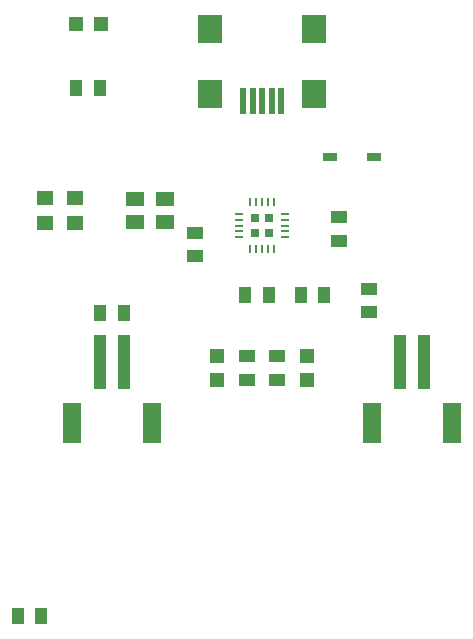
<source format=gbr>
G04 EAGLE Gerber RS-274X export*
G75*
%MOMM*%
%FSLAX34Y34*%
%LPD*%
%INSolderpaste Top*%
%IPPOS*%
%AMOC8*
5,1,8,0,0,1.08239X$1,22.5*%
G01*
%ADD10R,0.730000X0.280000*%
%ADD11R,0.280000X0.730000*%
%ADD12R,0.750000X0.750000*%
%ADD13R,1.100000X1.400000*%
%ADD14R,1.200000X1.200000*%
%ADD15R,1.400000X1.100000*%
%ADD16R,1.000000X4.600000*%
%ADD17R,1.600000X3.400000*%
%ADD18R,1.400000X1.200000*%
%ADD19R,2.000000X2.400000*%
%ADD20R,0.500000X2.308000*%
%ADD21R,1.200000X0.700000*%
%ADD22R,1.600000X1.300000*%


D10*
X202600Y200500D03*
X202600Y195500D03*
X202600Y190500D03*
X202600Y185500D03*
X202600Y180500D03*
D11*
X212250Y170850D03*
X217250Y170850D03*
X222250Y170850D03*
X227250Y170850D03*
X232250Y170850D03*
D10*
X241900Y180500D03*
X241900Y185500D03*
X241900Y190500D03*
X241900Y195500D03*
X241900Y200500D03*
D11*
X232250Y210150D03*
X227250Y210150D03*
X222250Y210150D03*
X217250Y210150D03*
X212250Y210150D03*
D12*
X216000Y196750D03*
X228500Y196750D03*
X216000Y184250D03*
X228500Y184250D03*
D13*
X207800Y131600D03*
X227800Y131600D03*
X274950Y131600D03*
X254950Y131600D03*
D14*
X85590Y361300D03*
X64590Y361300D03*
X260350Y59350D03*
X260350Y80350D03*
X184150Y59350D03*
X184150Y80350D03*
D15*
X209550Y79850D03*
X209550Y59850D03*
X234950Y79850D03*
X234950Y59850D03*
D13*
X65090Y306690D03*
X85090Y306690D03*
D15*
X312420Y117000D03*
X312420Y137000D03*
D13*
X85250Y116840D03*
X105250Y116840D03*
D15*
X165100Y184300D03*
X165100Y164300D03*
D16*
X359250Y75100D03*
X339250Y75100D03*
D17*
X383250Y23100D03*
X315250Y23100D03*
D16*
X105250Y75100D03*
X85250Y75100D03*
D17*
X129250Y23100D03*
X61250Y23100D03*
D18*
X38100Y213454D03*
X38100Y192946D03*
D15*
X287020Y177480D03*
X287020Y197480D03*
D19*
X266250Y301550D03*
D20*
X238250Y295910D03*
X230250Y295910D03*
X222250Y295910D03*
X214250Y295910D03*
X206250Y295910D03*
D19*
X266250Y356550D03*
X178250Y301550D03*
X178250Y356550D03*
D21*
X279950Y248920D03*
X316950Y248920D03*
D22*
X114300Y212700D03*
X114300Y193700D03*
X139700Y212700D03*
X139700Y193700D03*
D18*
X63500Y213454D03*
X63500Y192946D03*
D13*
X15400Y-139700D03*
X35400Y-139700D03*
M02*

</source>
